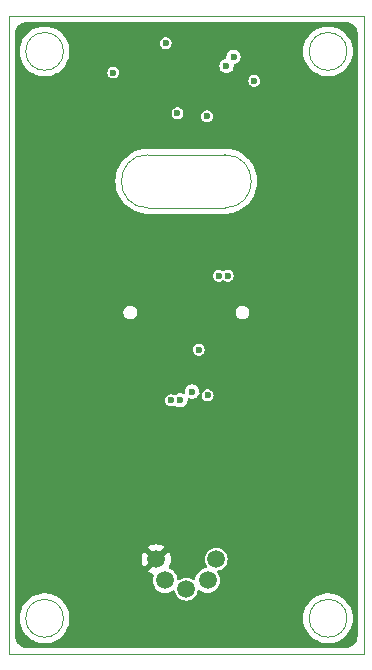
<source format=gbr>
%TF.GenerationSoftware,KiCad,Pcbnew,8.0.4*%
%TF.CreationDate,2024-11-15T13:14:51-06:00*%
%TF.ProjectId,BM_DepthIMU_v2,424d5f44-6570-4746-9849-4d555f76322e,rev?*%
%TF.SameCoordinates,Original*%
%TF.FileFunction,Copper,L2,Inr*%
%TF.FilePolarity,Positive*%
%FSLAX46Y46*%
G04 Gerber Fmt 4.6, Leading zero omitted, Abs format (unit mm)*
G04 Created by KiCad (PCBNEW 8.0.4) date 2024-11-15 13:14:51*
%MOMM*%
%LPD*%
G01*
G04 APERTURE LIST*
%TA.AperFunction,ComponentPad*%
%ADD10C,1.500000*%
%TD*%
%TA.AperFunction,ViaPad*%
%ADD11C,0.600000*%
%TD*%
%TA.AperFunction,Profile*%
%ADD12C,0.050000*%
%TD*%
G04 APERTURE END LIST*
D10*
%TO.N,EOC*%
%TO.C,U2*%
X152630000Y-114500000D03*
%TO.N,SDA*%
X151885000Y-116295000D03*
%TO.N,+3.3V*%
X150090000Y-117040000D03*
%TO.N,SLC*%
X148295000Y-116295000D03*
%TO.N,GND*%
X147550000Y-114500000D03*
%TD*%
D11*
%TO.N,GND*%
X142590000Y-89750000D03*
X145090000Y-85750000D03*
X148090000Y-86250000D03*
X151340000Y-86250000D03*
X155590000Y-85500000D03*
X156840000Y-82250000D03*
X154840000Y-79250000D03*
X146390000Y-102050000D03*
X153590000Y-95500000D03*
X141540000Y-119500000D03*
X159590000Y-73500000D03*
X159090000Y-95500000D03*
X159590000Y-117000000D03*
X158590000Y-119500000D03*
X152090000Y-94250000D03*
X148840000Y-73500000D03*
X147840000Y-95250000D03*
X159090000Y-88000000D03*
X141090000Y-94500000D03*
X159090000Y-94500000D03*
X146590000Y-72200000D03*
X141090000Y-96500000D03*
X140590000Y-74000000D03*
X151290000Y-73476471D03*
X146340000Y-88250000D03*
X151790000Y-90500000D03*
X159090000Y-96500000D03*
X148990000Y-90500000D03*
X142440000Y-105150000D03*
X149590000Y-70750000D03*
X148590000Y-112000000D03*
X141590000Y-71500000D03*
X148190000Y-90500000D03*
X141090000Y-95500000D03*
X151040000Y-90500000D03*
X159940000Y-105300000D03*
X140590000Y-117000000D03*
X141340000Y-86250000D03*
X158590000Y-71500000D03*
X138090000Y-75000000D03*
X160840000Y-81500000D03*
X150090000Y-72850000D03*
X158340000Y-111250000D03*
X150090000Y-74150000D03*
X141340000Y-82250000D03*
X143090000Y-79000000D03*
X145190000Y-71450000D03*
X155040000Y-76300000D03*
X145640000Y-112300000D03*
X146840000Y-76250000D03*
X154640000Y-101750000D03*
X151590000Y-79000000D03*
%TO.N,+3.3V*%
X155840000Y-74000000D03*
X148789997Y-101050000D03*
X153590000Y-90500000D03*
X148340000Y-70800000D03*
X143905667Y-73289626D03*
X151886321Y-100620210D03*
X152840000Y-90500000D03*
X149340000Y-76750000D03*
%TO.N,SDA*%
X154090000Y-71950000D03*
X150590000Y-100300000D03*
%TO.N,SLC*%
X149590000Y-101050000D03*
X153490000Y-72750000D03*
%TO.N,~{IMU_INT}*%
X151140000Y-96750000D03*
X151840000Y-77000000D03*
%TD*%
%TA.AperFunction,Conductor*%
%TO.N,GND*%
G36*
X163601137Y-69001096D02*
G01*
X163772941Y-69018018D01*
X163796769Y-69022757D01*
X163961001Y-69072576D01*
X163983453Y-69081877D01*
X164134798Y-69162772D01*
X164155010Y-69176277D01*
X164287666Y-69285145D01*
X164304854Y-69302333D01*
X164413722Y-69434989D01*
X164427227Y-69455201D01*
X164508121Y-69606543D01*
X164517424Y-69629001D01*
X164567240Y-69793224D01*
X164571982Y-69817064D01*
X164586663Y-69966123D01*
X164588903Y-69988860D01*
X164589500Y-70001015D01*
X164589500Y-120998983D01*
X164588903Y-121011137D01*
X164571982Y-121182934D01*
X164567240Y-121206775D01*
X164517424Y-121370998D01*
X164508121Y-121393456D01*
X164427227Y-121544798D01*
X164413722Y-121565010D01*
X164304854Y-121697666D01*
X164287666Y-121714854D01*
X164155010Y-121823722D01*
X164134798Y-121837227D01*
X163983456Y-121918121D01*
X163960998Y-121927424D01*
X163796775Y-121977240D01*
X163772935Y-121981982D01*
X163667046Y-121992411D01*
X163601136Y-121998903D01*
X163588984Y-121999500D01*
X136591016Y-121999500D01*
X136578862Y-121998903D01*
X136407065Y-121981982D01*
X136383224Y-121977240D01*
X136219001Y-121927424D01*
X136196543Y-121918121D01*
X136045201Y-121837227D01*
X136024989Y-121823722D01*
X135892333Y-121714854D01*
X135875145Y-121697666D01*
X135766277Y-121565010D01*
X135752772Y-121544798D01*
X135671878Y-121393456D01*
X135662575Y-121370998D01*
X135662080Y-121369365D01*
X135612757Y-121206769D01*
X135608018Y-121182941D01*
X135591097Y-121011137D01*
X135590500Y-120998983D01*
X135590500Y-119500000D01*
X135984592Y-119500000D01*
X136004201Y-119786680D01*
X136062666Y-120068034D01*
X136062667Y-120068037D01*
X136158894Y-120338793D01*
X136158893Y-120338793D01*
X136291098Y-120593935D01*
X136456812Y-120828700D01*
X136541923Y-120919831D01*
X136652947Y-121038708D01*
X136830225Y-121182934D01*
X136875853Y-121220055D01*
X137121382Y-121369365D01*
X137308237Y-121450526D01*
X137384942Y-121483844D01*
X137661642Y-121561371D01*
X137911920Y-121595771D01*
X137946321Y-121600500D01*
X137946322Y-121600500D01*
X138233679Y-121600500D01*
X138264370Y-121596281D01*
X138518358Y-121561371D01*
X138795058Y-121483844D01*
X139003153Y-121393456D01*
X139058617Y-121369365D01*
X139058620Y-121369363D01*
X139058625Y-121369361D01*
X139304147Y-121220055D01*
X139527053Y-121038708D01*
X139723189Y-120828698D01*
X139888901Y-120593936D01*
X140021104Y-120338797D01*
X140117334Y-120068032D01*
X140175798Y-119786686D01*
X140195408Y-119500000D01*
X159984592Y-119500000D01*
X160004201Y-119786680D01*
X160062666Y-120068034D01*
X160062667Y-120068037D01*
X160158894Y-120338793D01*
X160158893Y-120338793D01*
X160291098Y-120593935D01*
X160456812Y-120828700D01*
X160541923Y-120919831D01*
X160652947Y-121038708D01*
X160830225Y-121182934D01*
X160875853Y-121220055D01*
X161121382Y-121369365D01*
X161308237Y-121450526D01*
X161384942Y-121483844D01*
X161661642Y-121561371D01*
X161911920Y-121595771D01*
X161946321Y-121600500D01*
X161946322Y-121600500D01*
X162233679Y-121600500D01*
X162264370Y-121596281D01*
X162518358Y-121561371D01*
X162795058Y-121483844D01*
X163003153Y-121393456D01*
X163058617Y-121369365D01*
X163058620Y-121369363D01*
X163058625Y-121369361D01*
X163304147Y-121220055D01*
X163527053Y-121038708D01*
X163723189Y-120828698D01*
X163888901Y-120593936D01*
X164021104Y-120338797D01*
X164117334Y-120068032D01*
X164175798Y-119786686D01*
X164195408Y-119500000D01*
X164175798Y-119213314D01*
X164117334Y-118931968D01*
X164021105Y-118661206D01*
X164021106Y-118661206D01*
X163888901Y-118406064D01*
X163723187Y-118171299D01*
X163644554Y-118087105D01*
X163527053Y-117961292D01*
X163304147Y-117779945D01*
X163304146Y-117779944D01*
X163058617Y-117630634D01*
X162795063Y-117516158D01*
X162795061Y-117516157D01*
X162795058Y-117516156D01*
X162665578Y-117479877D01*
X162518364Y-117438630D01*
X162518359Y-117438629D01*
X162518358Y-117438629D01*
X162376018Y-117419064D01*
X162233679Y-117399500D01*
X162233678Y-117399500D01*
X161946322Y-117399500D01*
X161946321Y-117399500D01*
X161661642Y-117438629D01*
X161661635Y-117438630D01*
X161453861Y-117496845D01*
X161384942Y-117516156D01*
X161384939Y-117516156D01*
X161384936Y-117516158D01*
X161384935Y-117516158D01*
X161121382Y-117630634D01*
X160875853Y-117779944D01*
X160652950Y-117961289D01*
X160456812Y-118171299D01*
X160291098Y-118406064D01*
X160158894Y-118661206D01*
X160062667Y-118931962D01*
X160062666Y-118931965D01*
X160004201Y-119213319D01*
X159984592Y-119500000D01*
X140195408Y-119500000D01*
X140175798Y-119213314D01*
X140117334Y-118931968D01*
X140021105Y-118661206D01*
X140021106Y-118661206D01*
X139888901Y-118406064D01*
X139723187Y-118171299D01*
X139644554Y-118087105D01*
X139527053Y-117961292D01*
X139304147Y-117779945D01*
X139304146Y-117779944D01*
X139058617Y-117630634D01*
X138795063Y-117516158D01*
X138795061Y-117516157D01*
X138795058Y-117516156D01*
X138665578Y-117479877D01*
X138518364Y-117438630D01*
X138518359Y-117438629D01*
X138518358Y-117438629D01*
X138376018Y-117419064D01*
X138233679Y-117399500D01*
X138233678Y-117399500D01*
X137946322Y-117399500D01*
X137946321Y-117399500D01*
X137661642Y-117438629D01*
X137661635Y-117438630D01*
X137453861Y-117496845D01*
X137384942Y-117516156D01*
X137384939Y-117516156D01*
X137384936Y-117516158D01*
X137384935Y-117516158D01*
X137121382Y-117630634D01*
X136875853Y-117779944D01*
X136652950Y-117961289D01*
X136456812Y-118171299D01*
X136291098Y-118406064D01*
X136158894Y-118661206D01*
X136062667Y-118931962D01*
X136062666Y-118931965D01*
X136004201Y-119213319D01*
X135984592Y-119500000D01*
X135590500Y-119500000D01*
X135590500Y-115543124D01*
X146860427Y-115543124D01*
X146922612Y-115586666D01*
X147120840Y-115679101D01*
X147120849Y-115679105D01*
X147243024Y-115711841D01*
X147302684Y-115748205D01*
X147333214Y-115811052D01*
X147324920Y-115880428D01*
X147320294Y-115890061D01*
X147319770Y-115891040D01*
X147319770Y-115891041D01*
X147259699Y-116089067D01*
X147239417Y-116295000D01*
X147259699Y-116500932D01*
X147259700Y-116500934D01*
X147319768Y-116698954D01*
X147417315Y-116881450D01*
X147451969Y-116923677D01*
X147548589Y-117041410D01*
X147622378Y-117101966D01*
X147708550Y-117172685D01*
X147891046Y-117270232D01*
X148089066Y-117330300D01*
X148089065Y-117330300D01*
X148107529Y-117332118D01*
X148295000Y-117350583D01*
X148500934Y-117330300D01*
X148698954Y-117270232D01*
X148881450Y-117172685D01*
X148948708Y-117117487D01*
X149013018Y-117090175D01*
X149081886Y-117101966D01*
X149133446Y-117149118D01*
X149150776Y-117201185D01*
X149153253Y-117226332D01*
X149153253Y-117226333D01*
X149207604Y-117405502D01*
X149295862Y-117570623D01*
X149295864Y-117570626D01*
X149414642Y-117715357D01*
X149559373Y-117834135D01*
X149559376Y-117834137D01*
X149724497Y-117922395D01*
X149724499Y-117922396D01*
X149903666Y-117976746D01*
X149903668Y-117976747D01*
X149920374Y-117978392D01*
X150090000Y-117995099D01*
X150276331Y-117976747D01*
X150455501Y-117922396D01*
X150620625Y-117834136D01*
X150765357Y-117715357D01*
X150884136Y-117570625D01*
X150972396Y-117405501D01*
X151026747Y-117226331D01*
X151029223Y-117201188D01*
X151055382Y-117136402D01*
X151112416Y-117096042D01*
X151182216Y-117092923D01*
X151231290Y-117117487D01*
X151254339Y-117136402D01*
X151298550Y-117172685D01*
X151481046Y-117270232D01*
X151679066Y-117330300D01*
X151679065Y-117330300D01*
X151697529Y-117332118D01*
X151885000Y-117350583D01*
X152090934Y-117330300D01*
X152288954Y-117270232D01*
X152471450Y-117172685D01*
X152631410Y-117041410D01*
X152762685Y-116881450D01*
X152860232Y-116698954D01*
X152920300Y-116500934D01*
X152940583Y-116295000D01*
X152920300Y-116089066D01*
X152860232Y-115891046D01*
X152762685Y-115708550D01*
X152734819Y-115674595D01*
X152707487Y-115641290D01*
X152680175Y-115576980D01*
X152691966Y-115508113D01*
X152739119Y-115456553D01*
X152791187Y-115439223D01*
X152816331Y-115436747D01*
X152995501Y-115382396D01*
X153160625Y-115294136D01*
X153305357Y-115175357D01*
X153424136Y-115030625D01*
X153512396Y-114865501D01*
X153566747Y-114686331D01*
X153585099Y-114500000D01*
X153566747Y-114313669D01*
X153512396Y-114134499D01*
X153424136Y-113969375D01*
X153424135Y-113969373D01*
X153305357Y-113824642D01*
X153160626Y-113705864D01*
X153160623Y-113705862D01*
X152995502Y-113617604D01*
X152816333Y-113563253D01*
X152816331Y-113563252D01*
X152630000Y-113544901D01*
X152443668Y-113563252D01*
X152443666Y-113563253D01*
X152264497Y-113617604D01*
X152099376Y-113705862D01*
X152099373Y-113705864D01*
X151954642Y-113824642D01*
X151835864Y-113969373D01*
X151835862Y-113969376D01*
X151747604Y-114134497D01*
X151693253Y-114313666D01*
X151693252Y-114313668D01*
X151674901Y-114500000D01*
X151693252Y-114686331D01*
X151693253Y-114686333D01*
X151747604Y-114865502D01*
X151835862Y-115030623D01*
X151835865Y-115030627D01*
X151850902Y-115048949D01*
X151878216Y-115113259D01*
X151866426Y-115182126D01*
X151819274Y-115233687D01*
X151767205Y-115251018D01*
X151679067Y-115259699D01*
X151481043Y-115319769D01*
X151370898Y-115378643D01*
X151298550Y-115417315D01*
X151298548Y-115417316D01*
X151298547Y-115417317D01*
X151138589Y-115548589D01*
X151007317Y-115708547D01*
X150909769Y-115891043D01*
X150849699Y-116089067D01*
X150841018Y-116177205D01*
X150814856Y-116241992D01*
X150757821Y-116282351D01*
X150688021Y-116285467D01*
X150638949Y-116260902D01*
X150620627Y-116245865D01*
X150620623Y-116245862D01*
X150455502Y-116157604D01*
X150276333Y-116103253D01*
X150276331Y-116103252D01*
X150090000Y-116084901D01*
X149903668Y-116103252D01*
X149903666Y-116103253D01*
X149724497Y-116157604D01*
X149559376Y-116245862D01*
X149559374Y-116245864D01*
X149541048Y-116260904D01*
X149476738Y-116288216D01*
X149407870Y-116276424D01*
X149356311Y-116229272D01*
X149338981Y-116177204D01*
X149330300Y-116089067D01*
X149330300Y-116089066D01*
X149270232Y-115891046D01*
X149172685Y-115708550D01*
X149120702Y-115645209D01*
X149041410Y-115548589D01*
X148923677Y-115451969D01*
X148881450Y-115417315D01*
X148698954Y-115319768D01*
X148698953Y-115319767D01*
X148698948Y-115319765D01*
X148693330Y-115317438D01*
X148693910Y-115316036D01*
X148641725Y-115281832D01*
X148613273Y-115218018D01*
X148623839Y-115148952D01*
X148634598Y-115130342D01*
X148636666Y-115127389D01*
X148636666Y-115127388D01*
X148729101Y-114929159D01*
X148729105Y-114929150D01*
X148785710Y-114717894D01*
X148785712Y-114717884D01*
X148804775Y-114500000D01*
X148804775Y-114499999D01*
X148785712Y-114282115D01*
X148785710Y-114282105D01*
X148729105Y-114070849D01*
X148729101Y-114070840D01*
X148636667Y-113872614D01*
X148636666Y-113872612D01*
X148593124Y-113810428D01*
X148593124Y-113810427D01*
X147844855Y-114558697D01*
X147850000Y-114539496D01*
X147850000Y-114460504D01*
X147829556Y-114384204D01*
X147790060Y-114315795D01*
X147734205Y-114259940D01*
X147665796Y-114220444D01*
X147589496Y-114200000D01*
X147510504Y-114200000D01*
X147434204Y-114220444D01*
X147365795Y-114259940D01*
X147309940Y-114315795D01*
X147270444Y-114384204D01*
X147250000Y-114460504D01*
X147250000Y-114539496D01*
X147270444Y-114615796D01*
X147309940Y-114684205D01*
X147365795Y-114740060D01*
X147434204Y-114779556D01*
X147510504Y-114800000D01*
X147589496Y-114800000D01*
X147608697Y-114794855D01*
X147550000Y-114853553D01*
X146860427Y-115543124D01*
X135590500Y-115543124D01*
X135590500Y-114499999D01*
X146295225Y-114499999D01*
X146295225Y-114500000D01*
X146314287Y-114717884D01*
X146314289Y-114717894D01*
X146370894Y-114929150D01*
X146370898Y-114929159D01*
X146463333Y-115127387D01*
X146506874Y-115189571D01*
X147196446Y-114500000D01*
X146506874Y-113810428D01*
X146463333Y-113872613D01*
X146370898Y-114070840D01*
X146370894Y-114070849D01*
X146314289Y-114282105D01*
X146314287Y-114282115D01*
X146295225Y-114499999D01*
X135590500Y-114499999D01*
X135590500Y-113456874D01*
X146860428Y-113456874D01*
X147550000Y-114146446D01*
X147550001Y-114146446D01*
X148239571Y-113456874D01*
X148177387Y-113413333D01*
X147979159Y-113320898D01*
X147979150Y-113320894D01*
X147767894Y-113264289D01*
X147767884Y-113264287D01*
X147550001Y-113245225D01*
X147549999Y-113245225D01*
X147332115Y-113264287D01*
X147332105Y-113264289D01*
X147120849Y-113320894D01*
X147120840Y-113320898D01*
X146922613Y-113413333D01*
X146860428Y-113456874D01*
X135590500Y-113456874D01*
X135590500Y-101050000D01*
X148284350Y-101050000D01*
X148304831Y-101192456D01*
X148364619Y-101323371D01*
X148364620Y-101323373D01*
X148458869Y-101432143D01*
X148579944Y-101509953D01*
X148579947Y-101509954D01*
X148579946Y-101509954D01*
X148718033Y-101550499D01*
X148718035Y-101550500D01*
X148718036Y-101550500D01*
X148861959Y-101550500D01*
X148861959Y-101550499D01*
X149000050Y-101509953D01*
X149037142Y-101486115D01*
X149104179Y-101466430D01*
X149171219Y-101486113D01*
X149179660Y-101492049D01*
X149202993Y-101509953D01*
X149287157Y-101574535D01*
X149287158Y-101574535D01*
X149287159Y-101574536D01*
X149433238Y-101635044D01*
X149511619Y-101645363D01*
X149589999Y-101655682D01*
X149590000Y-101655682D01*
X149590001Y-101655682D01*
X149642254Y-101648802D01*
X149746762Y-101635044D01*
X149892841Y-101574536D01*
X150018282Y-101478282D01*
X150114536Y-101352841D01*
X150175044Y-101206762D01*
X150195682Y-101050000D01*
X150187044Y-100984389D01*
X150197809Y-100915357D01*
X150244189Y-100863101D01*
X150311458Y-100844215D01*
X150357432Y-100853644D01*
X150433238Y-100885044D01*
X150511619Y-100895363D01*
X150589999Y-100905682D01*
X150590000Y-100905682D01*
X150590001Y-100905682D01*
X150642254Y-100898802D01*
X150746762Y-100885044D01*
X150892841Y-100824536D01*
X151018282Y-100728282D01*
X151114536Y-100602841D01*
X151148196Y-100521577D01*
X151173883Y-100489701D01*
X151351460Y-100489701D01*
X151373641Y-100513525D01*
X151386047Y-100582284D01*
X151385495Y-100586676D01*
X151380674Y-100620209D01*
X151401155Y-100762666D01*
X151447023Y-100863101D01*
X151460944Y-100893583D01*
X151555193Y-101002353D01*
X151676268Y-101080163D01*
X151676271Y-101080164D01*
X151676270Y-101080164D01*
X151814357Y-101120709D01*
X151814359Y-101120710D01*
X151814360Y-101120710D01*
X151958283Y-101120710D01*
X151958283Y-101120709D01*
X152096374Y-101080163D01*
X152217449Y-101002353D01*
X152311698Y-100893583D01*
X152371486Y-100762667D01*
X152391968Y-100620210D01*
X152371486Y-100477753D01*
X152311698Y-100346837D01*
X152217449Y-100238067D01*
X152096374Y-100160257D01*
X152096372Y-100160256D01*
X152096370Y-100160255D01*
X152096371Y-100160255D01*
X151958284Y-100119710D01*
X151958282Y-100119710D01*
X151814360Y-100119710D01*
X151814357Y-100119710D01*
X151676270Y-100160255D01*
X151555194Y-100238066D01*
X151460944Y-100346836D01*
X151423313Y-100429236D01*
X151377557Y-100482039D01*
X151351460Y-100489701D01*
X151173883Y-100489701D01*
X151192036Y-100467174D01*
X151221967Y-100457211D01*
X151197724Y-100429233D01*
X151187580Y-100361538D01*
X151195682Y-100300000D01*
X151187528Y-100238067D01*
X151181923Y-100195492D01*
X151175044Y-100143238D01*
X151114536Y-99997159D01*
X151018282Y-99871718D01*
X150892841Y-99775464D01*
X150746762Y-99714956D01*
X150746760Y-99714955D01*
X150590001Y-99694318D01*
X150589999Y-99694318D01*
X150433239Y-99714955D01*
X150433237Y-99714956D01*
X150287160Y-99775463D01*
X150161718Y-99871718D01*
X150065463Y-99997160D01*
X150004956Y-100143237D01*
X150004955Y-100143239D01*
X149984318Y-100299998D01*
X149984318Y-100300001D01*
X149992955Y-100365608D01*
X149982189Y-100434644D01*
X149935809Y-100486899D01*
X149868540Y-100505784D01*
X149822563Y-100496354D01*
X149806501Y-100489701D01*
X149746762Y-100464956D01*
X149746760Y-100464955D01*
X149590001Y-100444318D01*
X149589999Y-100444318D01*
X149433239Y-100464955D01*
X149433237Y-100464956D01*
X149287157Y-100525464D01*
X149179667Y-100607945D01*
X149114498Y-100633139D01*
X149046053Y-100619101D01*
X149037141Y-100613884D01*
X149000048Y-100590045D01*
X148861960Y-100549500D01*
X148861958Y-100549500D01*
X148718036Y-100549500D01*
X148718033Y-100549500D01*
X148579946Y-100590045D01*
X148458870Y-100667856D01*
X148364620Y-100776626D01*
X148364619Y-100776628D01*
X148304831Y-100907543D01*
X148284350Y-101050000D01*
X135590500Y-101050000D01*
X135590500Y-96750000D01*
X150634353Y-96750000D01*
X150654834Y-96892456D01*
X150714622Y-97023371D01*
X150714623Y-97023373D01*
X150808872Y-97132143D01*
X150929947Y-97209953D01*
X150929950Y-97209954D01*
X150929949Y-97209954D01*
X151068036Y-97250499D01*
X151068038Y-97250500D01*
X151068039Y-97250500D01*
X151211962Y-97250500D01*
X151211962Y-97250499D01*
X151350053Y-97209953D01*
X151471128Y-97132143D01*
X151565377Y-97023373D01*
X151625165Y-96892457D01*
X151645647Y-96750000D01*
X151625165Y-96607543D01*
X151565377Y-96476627D01*
X151471128Y-96367857D01*
X151350053Y-96290047D01*
X151350051Y-96290046D01*
X151350049Y-96290045D01*
X151350050Y-96290045D01*
X151211963Y-96249500D01*
X151211961Y-96249500D01*
X151068039Y-96249500D01*
X151068036Y-96249500D01*
X150929949Y-96290045D01*
X150808873Y-96367856D01*
X150714623Y-96476626D01*
X150714622Y-96476628D01*
X150654834Y-96607543D01*
X150634353Y-96750000D01*
X135590500Y-96750000D01*
X135590500Y-93524234D01*
X144764500Y-93524234D01*
X144764500Y-93675765D01*
X144803719Y-93822136D01*
X144841602Y-93887750D01*
X144879485Y-93953365D01*
X144986635Y-94060515D01*
X145117865Y-94136281D01*
X145264234Y-94175500D01*
X145264236Y-94175500D01*
X145415764Y-94175500D01*
X145415766Y-94175500D01*
X145562135Y-94136281D01*
X145693365Y-94060515D01*
X145800515Y-93953365D01*
X145876281Y-93822135D01*
X145915500Y-93675766D01*
X145915500Y-93524234D01*
X154264500Y-93524234D01*
X154264500Y-93675765D01*
X154303719Y-93822136D01*
X154341602Y-93887750D01*
X154379485Y-93953365D01*
X154486635Y-94060515D01*
X154617865Y-94136281D01*
X154764234Y-94175500D01*
X154764236Y-94175500D01*
X154915764Y-94175500D01*
X154915766Y-94175500D01*
X155062135Y-94136281D01*
X155193365Y-94060515D01*
X155300515Y-93953365D01*
X155376281Y-93822135D01*
X155415500Y-93675766D01*
X155415500Y-93524234D01*
X155376281Y-93377865D01*
X155300515Y-93246635D01*
X155193365Y-93139485D01*
X155127750Y-93101602D01*
X155062136Y-93063719D01*
X154988950Y-93044109D01*
X154915766Y-93024500D01*
X154764234Y-93024500D01*
X154617863Y-93063719D01*
X154486635Y-93139485D01*
X154486632Y-93139487D01*
X154379487Y-93246632D01*
X154379485Y-93246635D01*
X154303719Y-93377863D01*
X154264500Y-93524234D01*
X145915500Y-93524234D01*
X145876281Y-93377865D01*
X145800515Y-93246635D01*
X145693365Y-93139485D01*
X145627750Y-93101602D01*
X145562136Y-93063719D01*
X145488950Y-93044109D01*
X145415766Y-93024500D01*
X145264234Y-93024500D01*
X145117863Y-93063719D01*
X144986635Y-93139485D01*
X144986632Y-93139487D01*
X144879487Y-93246632D01*
X144879485Y-93246635D01*
X144803719Y-93377863D01*
X144764500Y-93524234D01*
X135590500Y-93524234D01*
X135590500Y-90500000D01*
X152334353Y-90500000D01*
X152354834Y-90642456D01*
X152414622Y-90773371D01*
X152414623Y-90773373D01*
X152508872Y-90882143D01*
X152629947Y-90959953D01*
X152629950Y-90959954D01*
X152629949Y-90959954D01*
X152768036Y-91000499D01*
X152768038Y-91000500D01*
X152768039Y-91000500D01*
X152911962Y-91000500D01*
X152911962Y-91000499D01*
X153050053Y-90959953D01*
X153147960Y-90897031D01*
X153215000Y-90877347D01*
X153282039Y-90897032D01*
X153282040Y-90897032D01*
X153379947Y-90959953D01*
X153379948Y-90959953D01*
X153379949Y-90959954D01*
X153518036Y-91000499D01*
X153518038Y-91000500D01*
X153518039Y-91000500D01*
X153661962Y-91000500D01*
X153661962Y-91000499D01*
X153800053Y-90959953D01*
X153921128Y-90882143D01*
X154015377Y-90773373D01*
X154075165Y-90642457D01*
X154095647Y-90500000D01*
X154075165Y-90357543D01*
X154015377Y-90226627D01*
X153921128Y-90117857D01*
X153800053Y-90040047D01*
X153800051Y-90040046D01*
X153800049Y-90040045D01*
X153800050Y-90040045D01*
X153661963Y-89999500D01*
X153661961Y-89999500D01*
X153518039Y-89999500D01*
X153518036Y-89999500D01*
X153379949Y-90040045D01*
X153282039Y-90102968D01*
X153214999Y-90122652D01*
X153147961Y-90102968D01*
X153050050Y-90040045D01*
X152911963Y-89999500D01*
X152911961Y-89999500D01*
X152768039Y-89999500D01*
X152768036Y-89999500D01*
X152629949Y-90040045D01*
X152508873Y-90117856D01*
X152414623Y-90226626D01*
X152414622Y-90226628D01*
X152354834Y-90357543D01*
X152334353Y-90500000D01*
X135590500Y-90500000D01*
X135590500Y-82499996D01*
X144084839Y-82499996D01*
X144084839Y-82500003D01*
X144103468Y-82819855D01*
X144103469Y-82819863D01*
X144159101Y-83135369D01*
X144159104Y-83135380D01*
X144250995Y-83442320D01*
X144377894Y-83736505D01*
X144377900Y-83736518D01*
X144538097Y-84013987D01*
X144729420Y-84270979D01*
X144729425Y-84270985D01*
X144842978Y-84391343D01*
X144949294Y-84504031D01*
X144949300Y-84504036D01*
X144949302Y-84504038D01*
X145194724Y-84709973D01*
X145194727Y-84709975D01*
X145194732Y-84709979D01*
X145462420Y-84886039D01*
X145748736Y-85029833D01*
X146049811Y-85139415D01*
X146049817Y-85139416D01*
X146049819Y-85139417D01*
X146361555Y-85213301D01*
X146361562Y-85213302D01*
X146361571Y-85213304D01*
X146679802Y-85250500D01*
X146679809Y-85250500D01*
X153500191Y-85250500D01*
X153500198Y-85250500D01*
X153818429Y-85213304D01*
X153818438Y-85213301D01*
X153818444Y-85213301D01*
X154069905Y-85153702D01*
X154130189Y-85139415D01*
X154431264Y-85029833D01*
X154717580Y-84886039D01*
X154985268Y-84709979D01*
X155230706Y-84504031D01*
X155450576Y-84270983D01*
X155641903Y-84013986D01*
X155802102Y-83736514D01*
X155929004Y-83442321D01*
X156020895Y-83135384D01*
X156076532Y-82819855D01*
X156095161Y-82500000D01*
X156076532Y-82180145D01*
X156046021Y-82007109D01*
X156020898Y-81864630D01*
X156020896Y-81864624D01*
X156020895Y-81864616D01*
X155929004Y-81557679D01*
X155802102Y-81263486D01*
X155641903Y-80986014D01*
X155584270Y-80908599D01*
X155450579Y-80729020D01*
X155450574Y-80729014D01*
X155344260Y-80616329D01*
X155230706Y-80495969D01*
X155230699Y-80495963D01*
X155230697Y-80495961D01*
X154985271Y-80290023D01*
X154985268Y-80290021D01*
X154717581Y-80113961D01*
X154712729Y-80111524D01*
X154431271Y-79970170D01*
X154431265Y-79970167D01*
X154130201Y-79860589D01*
X154130180Y-79860582D01*
X153818444Y-79786698D01*
X153818429Y-79786696D01*
X153500198Y-79749500D01*
X153405892Y-79749500D01*
X146905892Y-79749500D01*
X146840000Y-79749500D01*
X146679802Y-79749500D01*
X146401349Y-79782046D01*
X146361570Y-79786696D01*
X146361555Y-79786698D01*
X146049819Y-79860582D01*
X146049798Y-79860589D01*
X145748735Y-79970167D01*
X145467401Y-80111459D01*
X145462420Y-80113961D01*
X145273206Y-80238408D01*
X145194724Y-80290026D01*
X144949302Y-80495961D01*
X144949292Y-80495971D01*
X144729425Y-80729014D01*
X144729420Y-80729020D01*
X144538097Y-80986012D01*
X144377900Y-81263481D01*
X144377894Y-81263494D01*
X144250995Y-81557679D01*
X144159104Y-81864619D01*
X144159101Y-81864630D01*
X144103469Y-82180136D01*
X144103468Y-82180144D01*
X144084839Y-82499996D01*
X135590500Y-82499996D01*
X135590500Y-76750000D01*
X148834353Y-76750000D01*
X148854834Y-76892456D01*
X148903949Y-77000000D01*
X148914623Y-77023373D01*
X149008872Y-77132143D01*
X149129947Y-77209953D01*
X149129950Y-77209954D01*
X149129949Y-77209954D01*
X149268036Y-77250499D01*
X149268038Y-77250500D01*
X149268039Y-77250500D01*
X149411962Y-77250500D01*
X149411962Y-77250499D01*
X149550053Y-77209953D01*
X149671128Y-77132143D01*
X149765377Y-77023373D01*
X149776051Y-77000000D01*
X151334353Y-77000000D01*
X151354834Y-77142456D01*
X151385660Y-77209954D01*
X151414623Y-77273373D01*
X151508872Y-77382143D01*
X151629947Y-77459953D01*
X151629950Y-77459954D01*
X151629949Y-77459954D01*
X151768036Y-77500499D01*
X151768038Y-77500500D01*
X151768039Y-77500500D01*
X151911962Y-77500500D01*
X151911962Y-77500499D01*
X152050053Y-77459953D01*
X152171128Y-77382143D01*
X152265377Y-77273373D01*
X152325165Y-77142457D01*
X152345647Y-77000000D01*
X152325165Y-76857543D01*
X152265377Y-76726627D01*
X152171128Y-76617857D01*
X152050053Y-76540047D01*
X152050051Y-76540046D01*
X152050049Y-76540045D01*
X152050050Y-76540045D01*
X151911963Y-76499500D01*
X151911961Y-76499500D01*
X151768039Y-76499500D01*
X151768036Y-76499500D01*
X151629949Y-76540045D01*
X151508873Y-76617856D01*
X151414623Y-76726626D01*
X151414622Y-76726628D01*
X151354834Y-76857543D01*
X151334353Y-77000000D01*
X149776051Y-77000000D01*
X149825165Y-76892457D01*
X149845647Y-76750000D01*
X149825165Y-76607543D01*
X149765377Y-76476627D01*
X149671128Y-76367857D01*
X149550053Y-76290047D01*
X149550051Y-76290046D01*
X149550049Y-76290045D01*
X149550050Y-76290045D01*
X149411963Y-76249500D01*
X149411961Y-76249500D01*
X149268039Y-76249500D01*
X149268036Y-76249500D01*
X149129949Y-76290045D01*
X149008873Y-76367856D01*
X148914623Y-76476626D01*
X148914622Y-76476628D01*
X148854834Y-76607543D01*
X148834353Y-76750000D01*
X135590500Y-76750000D01*
X135590500Y-74000000D01*
X155334353Y-74000000D01*
X155354834Y-74142456D01*
X155414622Y-74273371D01*
X155414623Y-74273373D01*
X155508872Y-74382143D01*
X155629947Y-74459953D01*
X155629950Y-74459954D01*
X155629949Y-74459954D01*
X155768036Y-74500499D01*
X155768038Y-74500500D01*
X155768039Y-74500500D01*
X155911962Y-74500500D01*
X155911962Y-74500499D01*
X156050053Y-74459953D01*
X156171128Y-74382143D01*
X156265377Y-74273373D01*
X156325165Y-74142457D01*
X156345647Y-74000000D01*
X156325165Y-73857543D01*
X156265377Y-73726627D01*
X156171128Y-73617857D01*
X156050053Y-73540047D01*
X156050051Y-73540046D01*
X156050049Y-73540045D01*
X156050050Y-73540045D01*
X155911963Y-73499500D01*
X155911961Y-73499500D01*
X155768039Y-73499500D01*
X155768036Y-73499500D01*
X155629949Y-73540045D01*
X155508873Y-73617856D01*
X155414623Y-73726626D01*
X155414622Y-73726628D01*
X155354834Y-73857543D01*
X155334353Y-74000000D01*
X135590500Y-74000000D01*
X135590500Y-71500000D01*
X135984592Y-71500000D01*
X136004201Y-71786680D01*
X136004201Y-71786684D01*
X136004202Y-71786686D01*
X136005564Y-71793238D01*
X136062666Y-72068034D01*
X136062667Y-72068037D01*
X136158894Y-72338793D01*
X136158893Y-72338793D01*
X136291098Y-72593935D01*
X136456812Y-72828700D01*
X136529716Y-72906760D01*
X136652947Y-73038708D01*
X136875853Y-73220055D01*
X137064943Y-73335044D01*
X137121382Y-73369365D01*
X137308237Y-73450526D01*
X137384942Y-73483844D01*
X137661642Y-73561371D01*
X137911920Y-73595771D01*
X137946321Y-73600500D01*
X137946322Y-73600500D01*
X138233679Y-73600500D01*
X138264370Y-73596281D01*
X138518358Y-73561371D01*
X138795058Y-73483844D01*
X138914226Y-73432082D01*
X139058617Y-73369365D01*
X139058620Y-73369363D01*
X139058625Y-73369361D01*
X139189743Y-73289626D01*
X143400020Y-73289626D01*
X143420501Y-73432082D01*
X143480289Y-73562997D01*
X143480290Y-73562999D01*
X143574539Y-73671769D01*
X143695614Y-73749579D01*
X143695617Y-73749580D01*
X143695616Y-73749580D01*
X143833703Y-73790125D01*
X143833705Y-73790126D01*
X143833706Y-73790126D01*
X143977629Y-73790126D01*
X143977629Y-73790125D01*
X144115720Y-73749579D01*
X144236795Y-73671769D01*
X144331044Y-73562999D01*
X144390832Y-73432083D01*
X144411314Y-73289626D01*
X144390832Y-73147169D01*
X144331044Y-73016253D01*
X144236795Y-72907483D01*
X144115720Y-72829673D01*
X144115718Y-72829672D01*
X144115716Y-72829671D01*
X144115717Y-72829671D01*
X143977630Y-72789126D01*
X143977628Y-72789126D01*
X143833706Y-72789126D01*
X143833703Y-72789126D01*
X143695616Y-72829671D01*
X143574540Y-72907482D01*
X143480290Y-73016252D01*
X143480289Y-73016254D01*
X143420501Y-73147169D01*
X143400020Y-73289626D01*
X139189743Y-73289626D01*
X139304147Y-73220055D01*
X139527053Y-73038708D01*
X139723189Y-72828698D01*
X139778741Y-72749998D01*
X152884318Y-72749998D01*
X152884318Y-72750001D01*
X152904955Y-72906760D01*
X152904956Y-72906762D01*
X152965464Y-73052841D01*
X153061718Y-73178282D01*
X153187159Y-73274536D01*
X153333238Y-73335044D01*
X153411619Y-73345363D01*
X153489999Y-73355682D01*
X153490000Y-73355682D01*
X153490001Y-73355682D01*
X153542254Y-73348802D01*
X153646762Y-73335044D01*
X153792841Y-73274536D01*
X153918282Y-73178282D01*
X154014536Y-73052841D01*
X154075044Y-72906762D01*
X154095682Y-72750000D01*
X154086623Y-72681194D01*
X154097388Y-72612162D01*
X154143767Y-72559906D01*
X154193375Y-72542072D01*
X154246762Y-72535044D01*
X154392841Y-72474536D01*
X154518282Y-72378282D01*
X154614536Y-72252841D01*
X154675044Y-72106762D01*
X154695682Y-71950000D01*
X154675044Y-71793238D01*
X154614536Y-71647159D01*
X154518282Y-71521718D01*
X154489978Y-71500000D01*
X159984592Y-71500000D01*
X160004201Y-71786680D01*
X160004201Y-71786684D01*
X160004202Y-71786686D01*
X160005564Y-71793238D01*
X160062666Y-72068034D01*
X160062667Y-72068037D01*
X160158894Y-72338793D01*
X160158893Y-72338793D01*
X160291098Y-72593935D01*
X160456812Y-72828700D01*
X160529716Y-72906760D01*
X160652947Y-73038708D01*
X160875853Y-73220055D01*
X161064943Y-73335044D01*
X161121382Y-73369365D01*
X161308237Y-73450526D01*
X161384942Y-73483844D01*
X161661642Y-73561371D01*
X161911920Y-73595771D01*
X161946321Y-73600500D01*
X161946322Y-73600500D01*
X162233679Y-73600500D01*
X162264370Y-73596281D01*
X162518358Y-73561371D01*
X162795058Y-73483844D01*
X162914226Y-73432082D01*
X163058617Y-73369365D01*
X163058620Y-73369363D01*
X163058625Y-73369361D01*
X163304147Y-73220055D01*
X163527053Y-73038708D01*
X163723189Y-72828698D01*
X163888901Y-72593936D01*
X164021104Y-72338797D01*
X164117334Y-72068032D01*
X164175798Y-71786686D01*
X164195408Y-71500000D01*
X164175798Y-71213314D01*
X164117334Y-70931968D01*
X164021105Y-70661206D01*
X164021106Y-70661206D01*
X163888901Y-70406064D01*
X163723187Y-70171299D01*
X163644554Y-70087105D01*
X163527053Y-69961292D01*
X163304147Y-69779945D01*
X163304146Y-69779944D01*
X163058617Y-69630634D01*
X162795063Y-69516158D01*
X162795061Y-69516157D01*
X162795058Y-69516156D01*
X162665578Y-69479877D01*
X162518364Y-69438630D01*
X162518359Y-69438629D01*
X162518358Y-69438629D01*
X162376018Y-69419064D01*
X162233679Y-69399500D01*
X162233678Y-69399500D01*
X161946322Y-69399500D01*
X161946321Y-69399500D01*
X161661642Y-69438629D01*
X161661635Y-69438630D01*
X161453861Y-69496845D01*
X161384942Y-69516156D01*
X161384939Y-69516156D01*
X161384936Y-69516158D01*
X161384935Y-69516158D01*
X161121382Y-69630634D01*
X160875853Y-69779944D01*
X160652950Y-69961289D01*
X160456812Y-70171299D01*
X160291098Y-70406064D01*
X160158894Y-70661206D01*
X160062667Y-70931962D01*
X160062666Y-70931965D01*
X160004201Y-71213319D01*
X159984592Y-71500000D01*
X154489978Y-71500000D01*
X154392841Y-71425464D01*
X154246762Y-71364956D01*
X154246760Y-71364955D01*
X154090001Y-71344318D01*
X154089999Y-71344318D01*
X153933239Y-71364955D01*
X153933237Y-71364956D01*
X153787160Y-71425463D01*
X153661718Y-71521718D01*
X153565463Y-71647160D01*
X153504956Y-71793237D01*
X153504955Y-71793239D01*
X153484318Y-71949998D01*
X153484318Y-71950001D01*
X153493376Y-72018803D01*
X153482610Y-72087838D01*
X153436230Y-72140094D01*
X153386624Y-72157927D01*
X153333238Y-72164956D01*
X153333237Y-72164956D01*
X153187160Y-72225463D01*
X153061718Y-72321718D01*
X152965463Y-72447160D01*
X152904956Y-72593237D01*
X152904955Y-72593239D01*
X152884318Y-72749998D01*
X139778741Y-72749998D01*
X139888901Y-72593936D01*
X140021104Y-72338797D01*
X140117334Y-72068032D01*
X140175798Y-71786686D01*
X140195408Y-71500000D01*
X140175798Y-71213314D01*
X140117334Y-70931968D01*
X140070432Y-70800000D01*
X147834353Y-70800000D01*
X147854834Y-70942456D01*
X147914622Y-71073371D01*
X147914623Y-71073373D01*
X148008872Y-71182143D01*
X148129947Y-71259953D01*
X148129950Y-71259954D01*
X148129949Y-71259954D01*
X148237107Y-71291417D01*
X148259412Y-71297967D01*
X148268036Y-71300499D01*
X148268038Y-71300500D01*
X148268039Y-71300500D01*
X148411962Y-71300500D01*
X148411962Y-71300499D01*
X148550053Y-71259953D01*
X148671128Y-71182143D01*
X148765377Y-71073373D01*
X148825165Y-70942457D01*
X148845647Y-70800000D01*
X148825165Y-70657543D01*
X148765377Y-70526627D01*
X148671128Y-70417857D01*
X148550053Y-70340047D01*
X148550051Y-70340046D01*
X148550049Y-70340045D01*
X148550050Y-70340045D01*
X148411963Y-70299500D01*
X148411961Y-70299500D01*
X148268039Y-70299500D01*
X148268036Y-70299500D01*
X148129949Y-70340045D01*
X148008873Y-70417856D01*
X147914623Y-70526626D01*
X147914622Y-70526628D01*
X147854834Y-70657543D01*
X147834353Y-70800000D01*
X140070432Y-70800000D01*
X140021105Y-70661206D01*
X140021106Y-70661206D01*
X139888901Y-70406064D01*
X139723187Y-70171299D01*
X139644554Y-70087105D01*
X139527053Y-69961292D01*
X139304147Y-69779945D01*
X139304146Y-69779944D01*
X139058617Y-69630634D01*
X138795063Y-69516158D01*
X138795061Y-69516157D01*
X138795058Y-69516156D01*
X138665578Y-69479877D01*
X138518364Y-69438630D01*
X138518359Y-69438629D01*
X138518358Y-69438629D01*
X138376018Y-69419064D01*
X138233679Y-69399500D01*
X138233678Y-69399500D01*
X137946322Y-69399500D01*
X137946321Y-69399500D01*
X137661642Y-69438629D01*
X137661635Y-69438630D01*
X137453861Y-69496845D01*
X137384942Y-69516156D01*
X137384939Y-69516156D01*
X137384936Y-69516158D01*
X137384935Y-69516158D01*
X137121382Y-69630634D01*
X136875853Y-69779944D01*
X136652950Y-69961289D01*
X136456812Y-70171299D01*
X136291098Y-70406064D01*
X136158894Y-70661206D01*
X136062667Y-70931962D01*
X136062666Y-70931965D01*
X136004201Y-71213319D01*
X135984592Y-71500000D01*
X135590500Y-71500000D01*
X135590500Y-70001015D01*
X135591097Y-69988861D01*
X135591097Y-69988860D01*
X135608018Y-69817056D01*
X135612757Y-69793232D01*
X135662577Y-69628994D01*
X135671875Y-69606549D01*
X135752775Y-69455195D01*
X135766272Y-69434995D01*
X135875149Y-69302328D01*
X135892328Y-69285149D01*
X136024995Y-69176272D01*
X136045195Y-69162775D01*
X136196549Y-69081875D01*
X136218994Y-69072577D01*
X136383232Y-69022757D01*
X136407056Y-69018018D01*
X136578862Y-69001096D01*
X136591016Y-69000500D01*
X163588984Y-69000500D01*
X163601137Y-69001096D01*
G37*
%TD.AperFunction*%
%TD*%
D12*
X146840000Y-84750000D02*
X153340000Y-84750000D01*
X146840000Y-80250000D02*
X153340000Y-80250000D01*
X146840000Y-84750000D02*
G75*
G02*
X146840000Y-80250000I0J2250000D01*
G01*
X153340000Y-80250000D02*
G75*
G02*
X153340000Y-84750000I0J-2250000D01*
G01*
X135090000Y-68500000D02*
X165090000Y-68500000D01*
X165090000Y-122500000D01*
X135090000Y-122500000D01*
X135090000Y-68500000D01*
X139690000Y-119500000D02*
G75*
G02*
X136490000Y-119500000I-1600000J0D01*
G01*
X136490000Y-119500000D02*
G75*
G02*
X139690000Y-119500000I1600000J0D01*
G01*
X163690000Y-71500000D02*
G75*
G02*
X160490000Y-71500000I-1600000J0D01*
G01*
X160490000Y-71500000D02*
G75*
G02*
X163690000Y-71500000I1600000J0D01*
G01*
X139690000Y-71500000D02*
G75*
G02*
X136490000Y-71500000I-1600000J0D01*
G01*
X136490000Y-71500000D02*
G75*
G02*
X139690000Y-71500000I1600000J0D01*
G01*
X163690000Y-119500000D02*
G75*
G02*
X160490000Y-119500000I-1600000J0D01*
G01*
X160490000Y-119500000D02*
G75*
G02*
X163690000Y-119500000I1600000J0D01*
G01*
M02*

</source>
